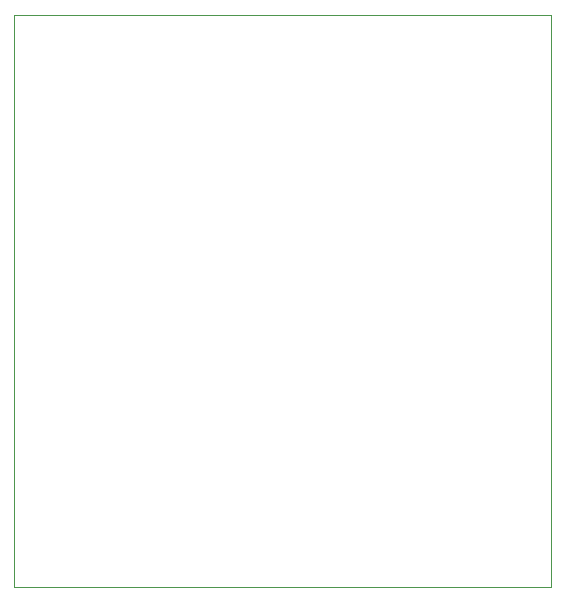
<source format=gbr>
G04 #@! TF.GenerationSoftware,KiCad,Pcbnew,(5.1.4)-1*
G04 #@! TF.CreationDate,2020-01-25T09:52:25+02:00*
G04 #@! TF.ProjectId,4_switch_array,345f7377-6974-4636-985f-61727261792e,rev?*
G04 #@! TF.SameCoordinates,Original*
G04 #@! TF.FileFunction,Profile,NP*
%FSLAX46Y46*%
G04 Gerber Fmt 4.6, Leading zero omitted, Abs format (unit mm)*
G04 Created by KiCad (PCBNEW (5.1.4)-1) date 2020-01-25 09:52:25*
%MOMM*%
%LPD*%
G04 APERTURE LIST*
%ADD10C,0.050000*%
G04 APERTURE END LIST*
D10*
X169500000Y-82000000D02*
X124000000Y-82000000D01*
X169500000Y-33500000D02*
X169500000Y-82000000D01*
X124000000Y-33500000D02*
X169500000Y-33500000D01*
X124000000Y-82000000D02*
X124000000Y-33500000D01*
M02*

</source>
